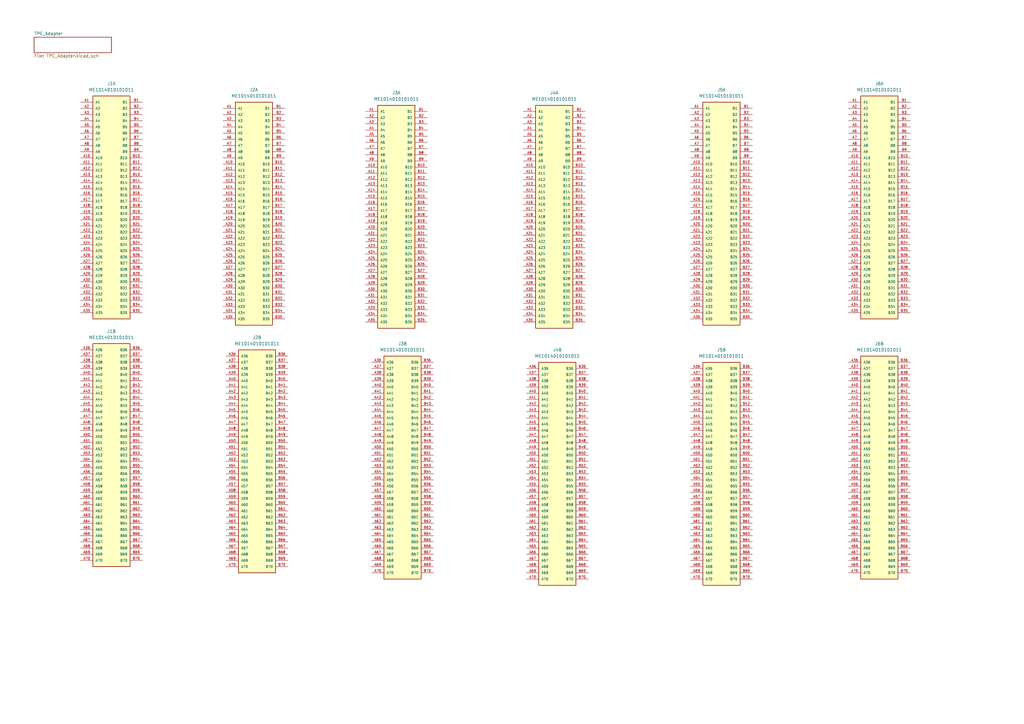
<source format=kicad_sch>
(kicad_sch (version 20231120) (generator "eeschema") (generator_version "8.0")
  (paper "A3")
  (lib_symbols
    (symbol "HYDRA_Amphenol_card:ME1014010101011" (pin_names (offset 1.016))
      (property "Reference" "J1" (at 0 50.8 0))
      (property "Value" "ME1014010101011" (at 0 48.26 0))
      (symbol "ME1014010101011_1_0"
        (rectangle (start -7.62 -45.72) (end 7.62 45.72) (stroke (width 0.254)) (fill (type background)))
        (pin passive line (at -12.7 43.18 0) (length 5.08) (name "A1") (number "A1"))
        (pin passive line (at -12.7 20.32 0) (length 5.08) (name "A10") (number "A10"))
        (pin passive line (at -12.7 17.78 0) (length 5.08) (name "A11") (number "A11"))
        (pin passive line (at -12.7 15.24 0) (length 5.08) (name "A12") (number "A12"))
        (pin passive line (at -12.7 12.7 0) (length 5.08) (name "A13") (number "A13"))
        (pin passive line (at -12.7 10.16 0) (length 5.08) (name "A14") (number "A14"))
        (pin passive line (at -12.7 7.62 0) (length 5.08) (name "A15") (number "A15"))
        (pin passive line (at -12.7 5.08 0) (length 5.08) (name "A16") (number "A16"))
        (pin passive line (at -12.7 2.54 0) (length 5.08) (name "A17") (number "A17"))
        (pin passive line (at -12.7 0 0) (length 5.08) (name "A18") (number "A18"))
        (pin passive line (at -12.7 -2.54 0) (length 5.08) (name "A19") (number "A19"))
        (pin passive line (at -12.7 40.64 0) (length 5.08) (name "A2") (number "A2"))
        (pin passive line (at -12.7 -5.08 0) (length 5.08) (name "A20") (number "A20"))
        (pin passive line (at -12.7 -7.62 0) (length 5.08) (name "A21") (number "A21"))
        (pin passive line (at -12.7 -10.16 0) (length 5.08) (name "A22") (number "A22"))
        (pin passive line (at -12.7 -12.7 0) (length 5.08) (name "A23") (number "A23"))
        (pin passive line (at -12.7 -15.24 0) (length 5.08) (name "A24") (number "A24"))
        (pin passive line (at -12.7 -17.78 0) (length 5.08) (name "A25") (number "A25"))
        (pin passive line (at -12.7 -20.32 0) (length 5.08) (name "A26") (number "A26"))
        (pin passive line (at -12.7 -22.86 0) (length 5.08) (name "A27") (number "A27"))
        (pin passive line (at -12.7 -25.4 0) (length 5.08) (name "A28") (number "A28"))
        (pin passive line (at -12.7 -27.94 0) (length 5.08) (name "A29") (number "A29"))
        (pin passive line (at -12.7 38.1 0) (length 5.08) (name "A3") (number "A3"))
        (pin passive line (at -12.7 -30.48 0) (length 5.08) (name "A30") (number "A30"))
        (pin passive line (at -12.7 -33.02 0) (length 5.08) (name "A31") (number "A31"))
        (pin passive line (at -12.7 -35.56 0) (length 5.08) (name "A32") (number "A32"))
        (pin passive line (at -12.7 -38.1 0) (length 5.08) (name "A33") (number "A33"))
        (pin passive line (at -12.7 -40.64 0) (length 5.08) (name "A34") (number "A34"))
        (pin passive line (at -12.7 -43.18 0) (length 5.08) (name "A35") (number "A35"))
        (pin passive line (at -12.7 35.56 0) (length 5.08) (name "A4") (number "A4"))
        (pin passive line (at -12.7 33.02 0) (length 5.08) (name "A5") (number "A5"))
        (pin passive line (at -12.7 30.48 0) (length 5.08) (name "A6") (number "A6"))
        (pin passive line (at -12.7 27.94 0) (length 5.08) (name "A7") (number "A7"))
        (pin passive line (at -12.7 25.4 0) (length 5.08) (name "A8") (number "A8"))
        (pin passive line (at -12.7 22.86 0) (length 5.08) (name "A9") (number "A9"))
        (pin passive line (at 12.7 43.18 180) (length 5.08) (name "B1") (number "B1"))
        (pin passive line (at 12.7 20.32 180) (length 5.08) (name "B10") (number "B10"))
        (pin passive line (at 12.7 17.78 180) (length 5.08) (name "B11") (number "B11"))
        (pin passive line (at 12.7 15.24 180) (length 5.08) (name "B12") (number "B12"))
        (pin passive line (at 12.7 12.7 180) (length 5.08) (name "B13") (number "B13"))
        (pin passive line (at 12.7 10.16 180) (length 5.08) (name "B14") (number "B14"))
        (pin passive line (at 12.7 7.62 180) (length 5.08) (name "B15") (number "B15"))
        (pin passive line (at 12.7 5.08 180) (length 5.08) (name "B16") (number "B16"))
        (pin passive line (at 12.7 2.54 180) (length 5.08) (name "B17") (number "B17"))
        (pin passive line (at 12.7 0 180) (length 5.08) (name "B18") (number "B18"))
        (pin passive line (at 12.7 -2.54 180) (length 5.08) (name "B19") (number "B19"))
        (pin passive line (at 12.7 40.64 180) (length 5.08) (name "B2") (number "B2"))
        (pin passive line (at 12.7 -5.08 180) (length 5.08) (name "B20") (number "B20"))
        (pin passive line (at 12.7 -7.62 180) (length 5.08) (name "B21") (number "B21"))
        (pin passive line (at 12.7 -10.16 180) (length 5.08) (name "B22") (number "B22"))
        (pin passive line (at 12.7 -12.7 180) (length 5.08) (name "B23") (number "B23"))
        (pin passive line (at 12.7 -15.24 180) (length 5.08) (name "B24") (number "B24"))
        (pin passive line (at 12.7 -17.78 180) (length 5.08) (name "B25") (number "B25"))
        (pin passive line (at 12.7 -20.32 180) (length 5.08) (name "B26") (number "B26"))
        (pin passive line (at 12.7 -22.86 180) (length 5.08) (name "B27") (number "B27"))
        (pin passive line (at 12.7 -25.4 180) (length 5.08) (name "B28") (number "B28"))
        (pin passive line (at 12.7 -27.94 180) (length 5.08) (name "B29") (number "B29"))
        (pin passive line (at 12.7 38.1 180) (length 5.08) (name "B3") (number "B3"))
        (pin passive line (at 12.7 -30.48 180) (length 5.08) (name "B30") (number "B30"))
        (pin passive line (at 12.7 -33.02 180) (length 5.08) (name "B31") (number "B31"))
        (pin passive line (at 12.7 -35.56 180) (length 5.08) (name "B32") (number "B32"))
        (pin passive line (at 12.7 -38.1 180) (length 5.08) (name "B33") (number "B33"))
        (pin passive line (at 12.7 -40.64 180) (length 5.08) (name "B34") (number "B34"))
        (pin passive line (at 12.7 -43.18 180) (length 5.08) (name "B35") (number "B35"))
        (pin passive line (at 12.7 35.56 180) (length 5.08) (name "B4") (number "B4"))
        (pin passive line (at 12.7 33.02 180) (length 5.08) (name "B5") (number "B5"))
        (pin passive line (at 12.7 30.48 180) (length 5.08) (name "B6") (number "B6"))
        (pin passive line (at 12.7 27.94 180) (length 5.08) (name "B7") (number "B7"))
        (pin passive line (at 12.7 25.4 180) (length 5.08) (name "B8") (number "B8"))
        (pin passive line (at 12.7 22.86 180) (length 5.08) (name "B9") (number "B9"))
      )
      (symbol "ME1014010101011_2_0"
        (rectangle (start -7.62 -45.72) (end 7.62 45.72) (stroke (width 0.254)) (fill (type background)))
        (pin passive line (at -12.7 43.18 0) (length 5.08) (name "A36") (number "A36"))
        (pin passive line (at -12.7 40.64 0) (length 5.08) (name "A37") (number "A37"))
        (pin passive line (at -12.7 38.1 0) (length 5.08) (name "A38") (number "A38"))
        (pin passive line (at -12.7 35.56 0) (length 5.08) (name "A39") (number "A39"))
        (pin passive line (at -12.7 33.02 0) (length 5.08) (name "A40") (number "A40"))
        (pin passive line (at -12.7 30.48 0) (length 5.08) (name "A41") (number "A41"))
        (pin passive line (at -12.7 27.94 0) (length 5.08) (name "A42") (number "A42"))
        (pin passive line (at -12.7 25.4 0) (length 5.08) (name "A43") (number "A43"))
        (pin passive line (at -12.7 22.86 0) (length 5.08) (name "A44") (number "A44"))
        (pin passive line (at -12.7 20.32 0) (length 5.08) (name "A45") (number "A45"))
        (pin passive line (at -12.7 17.78 0) (length 5.08) (name "A46") (number "A46"))
        (pin passive line (at -12.7 15.24 0) (length 5.08) (name "A47") (number "A47"))
        (pin passive line (at -12.7 12.7 0) (length 5.08) (name "A48") (number "A48"))
        (pin passive line (at -12.7 10.16 0) (length 5.08) (name "A49") (number "A49"))
        (pin passive line (at -12.7 7.62 0) (length 5.08) (name "A50") (number "A50"))
        (pin passive line (at -12.7 5.08 0) (length 5.08) (name "A51") (number "A51"))
        (pin passive line (at -12.7 2.54 0) (length 5.08) (name "A52") (number "A52"))
        (pin passive line (at -12.7 0 0) (length 5.08) (name "A53") (number "A53"))
        (pin passive line (at -12.7 -2.54 0) (length 5.08) (name "A54") (number "A54"))
        (pin passive line (at -12.7 -5.08 0) (length 5.08) (name "A55") (number "A55"))
        (pin passive line (at -12.7 -7.62 0) (length 5.08) (name "A56") (number "A56"))
        (pin passive line (at -12.7 -10.16 0) (length 5.08) (name "A57") (number "A57"))
        (pin passive line (at -12.7 -12.7 0) (length 5.08) (name "A58") (number "A58"))
        (pin passive line (at -12.7 -15.24 0) (length 5.08) (name "A59") (number "A59"))
        (pin passive line (at -12.7 -17.78 0) (length 5.08) (name "A60") (number "A60"))
        (pin passive line (at -12.7 -20.32 0) (length 5.08) (name "A61") (number "A61"))
        (pin passive line (at -12.7 -22.86 0) (length 5.08) (name "A62") (number "A62"))
        (pin passive line (at -12.7 -25.4 0) (length 5.08) (name "A63") (number "A63"))
        (pin passive line (at -12.7 -27.94 0) (length 5.08) (name "A64") (number "A64"))
        (pin passive line (at -12.7 -30.48 0) (length 5.08) (name "A65") (number "A65"))
        (pin passive line (at -12.7 -33.02 0) (length 5.08) (name "A66") (number "A66"))
        (pin passive line (at -12.7 -35.56 0) (length 5.08) (name "A67") (number "A67"))
        (pin passive line (at -12.7 -38.1 0) (length 5.08) (name "A68") (number "A68"))
        (pin passive line (at -12.7 -40.64 0) (length 5.08) (name "A69") (number "A69"))
        (pin passive line (at -12.7 -43.18 0) (length 5.08) (name "A70") (number "A70"))
        (pin passive line (at 12.7 43.18 180) (length 5.08) (name "B36") (number "B36"))
        (pin passive line (at 12.7 40.64 180) (length 5.08) (name "B37") (number "B37"))
        (pin passive line (at 12.7 38.1 180) (length 5.08) (name "B38") (number "B38"))
        (pin passive line (at 12.7 35.56 180) (length 5.08) (name "B39") (number "B39"))
        (pin passive line (at 12.7 33.02 180) (length 5.08) (name "B40") (number "B40"))
        (pin passive line (at 12.7 30.48 180) (length 5.08) (name "B41") (number "B41"))
        (pin passive line (at 12.7 27.94 180) (length 5.08) (name "B42") (number "B42"))
        (pin passive line (at 12.7 25.4 180) (length 5.08) (name "B43") (number "B43"))
        (pin passive line (at 12.7 22.86 180) (length 5.08) (name "B44") (number "B44"))
        (pin passive line (at 12.7 20.32 180) (length 5.08) (name "B45") (number "B45"))
        (pin passive line (at 12.7 17.78 180) (length 5.08) (name "B46") (number "B46"))
        (pin passive line (at 12.7 15.24 180) (length 5.08) (name "B47") (number "B47"))
        (pin passive line (at 12.7 12.7 180) (length 5.08) (name "B48") (number "B48"))
        (pin passive line (at 12.7 10.16 180) (length 5.08) (name "B49") (number "B49"))
        (pin passive line (at 12.7 7.62 180) (length 5.08) (name "B50") (number "B50"))
        (pin passive line (at 12.7 5.08 180) (length 5.08) (name "B51") (number "B51"))
        (pin passive line (at 12.7 2.54 180) (length 5.08) (name "B52") (number "B52"))
        (pin passive line (at 12.7 0 180) (length 5.08) (name "B53") (number "B53"))
        (pin passive line (at 12.7 -2.54 180) (length 5.08) (name "B54") (number "B54"))
        (pin passive line (at 12.7 -5.08 180) (length 5.08) (name "B55") (number "B55"))
        (pin passive line (at 12.7 -7.62 180) (length 5.08) (name "B56") (number "B56"))
        (pin passive line (at 12.7 -10.16 180) (length 5.08) (name "B57") (number "B57"))
        (pin passive line (at 12.7 -12.7 180) (length 5.08) (name "B58") (number "B58"))
        (pin passive line (at 12.7 -15.24 180) (length 5.08) (name "B59") (number "B59"))
        (pin passive line (at 12.7 -17.78 180) (length 5.08) (name "B60") (number "B60"))
        (pin passive line (at 12.7 -20.32 180) (length 5.08) (name "B61") (number "B61"))
        (pin passive line (at 12.7 -22.86 180) (length 5.08) (name "B62") (number "B62"))
        (pin passive line (at 12.7 -25.4 180) (length 5.08) (name "B63") (number "B63"))
        (pin passive line (at 12.7 -27.94 180) (length 5.08) (name "B64") (number "B64"))
        (pin passive line (at 12.7 -30.48 180) (length 5.08) (name "B65") (number "B65"))
        (pin passive line (at 12.7 -33.02 180) (length 5.08) (name "B66") (number "B66"))
        (pin passive line (at 12.7 -35.56 180) (length 5.08) (name "B67") (number "B67"))
        (pin passive line (at 12.7 -38.1 180) (length 5.08) (name "B68") (number "B68"))
        (pin passive line (at 12.7 -40.64 180) (length 5.08) (name "B69") (number "B69"))
        (pin passive line (at 12.7 -43.18 180) (length 5.08) (name "B70") (number "B70"))
      )
    )
    (symbol "ME1014010101011_1" (pin_names (offset 1.016))
      (property "Reference" "J1" (at 0 50.8 0))
      (property "Value" "ME1014010101011" (at 0 48.26 0))
      (symbol "ME1014010101011_1_1_0"
        (rectangle (start -7.62 -45.72) (end 7.62 45.72) (stroke (width 0.254)) (fill (type background)))
        (pin passive line (at -12.7 43.18 0) (length 5.08) (name "A1") (number "A1"))
        (pin passive line (at -12.7 20.32 0) (length 5.08) (name "A10") (number "A10"))
        (pin passive line (at -12.7 17.78 0) (length 5.08) (name "A11") (number "A11"))
        (pin passive line (at -12.7 15.24 0) (length 5.08) (name "A12") (number "A12"))
        (pin passive line (at -12.7 12.7 0) (length 5.08) (name "A13") (number "A13"))
        (pin passive line (at -12.7 10.16 0) (length 5.08) (name "A14") (number "A14"))
        (pin passive line (at -12.7 7.62 0) (length 5.08) (name "A15") (number "A15"))
        (pin passive line (at -12.7 5.08 0) (length 5.08) (name "A16") (number "A16"))
        (pin passive line (at -12.7 2.54 0) (length 5.08) (name "A17") (number "A17"))
        (pin passive line (at -12.7 0 0) (length 5.08) (name "A18") (number "A18"))
        (pin passive line (at -12.7 -2.54 0) (length 5.08) (name "A19") (number "A19"))
        (pin passive line (at -12.7 40.64 0) (length 5.08) (name "A2") (number "A2"))
        (pin passive line (at -12.7 -5.08 0) (length 5.08) (name "A20") (number "A20"))
        (pin passive line (at -12.7 -7.62 0) (length 5.08) (name "A21") (number "A21"))
        (pin passive line (at -12.7 -10.16 0) (length 5.08) (name "A22") (number "A22"))
        (pin passive line (at -12.7 -12.7 0) (length 5.08) (name "A23") (number "A23"))
        (pin passive line (at -12.7 -15.24 0) (length 5.08) (name "A24") (number "A24"))
        (pin passive line (at -12.7 -17.78 0) (length 5.08) (name "A25") (number "A25"))
        (pin passive line (at -12.7 -20.32 0) (length 5.08) (name "A26") (number "A26"))
        (pin passive line (at -12.7 -22.86 0) (length 5.08) (name "A27") (number "A27"))
        (pin passive line (at -12.7 -25.4 0) (length 5.08) (name "A28") (number "A28"))
        (pin passive line (at -12.7 -27.94 0) (length 5.08) (name "A29") (number "A29"))
        (pin passive line (at -12.7 38.1 0) (length 5.08) (name "A3") (number "A3"))
        (pin passive line (at -12.7 -30.48 0) (length 5.08) (name "A30") (number "A30"))
        (pin passive line (at -12.7 -33.02 0) (length 5.08) (name "A31") (number "A31"))
        (pin passive line (at -12.7 -35.56 0) (length 5.08) (name "A32") (number "A32"))
        (pin passive line (at -12.7 -38.1 0) (length 5.08) (name "A33") (number "A33"))
        (pin passive line (at -12.7 -40.64 0) (length 5.08) (name "A34") (number "A34"))
        (pin passive line (at -12.7 -43.18 0) (length 5.08) (name "A35") (number "A35"))
        (pin passive line (at -12.7 35.56 0) (length 5.08) (name "A4") (number "A4"))
        (pin passive line (at -12.7 33.02 0) (length 5.08) (name "A5") (number "A5"))
        (pin passive line (at -12.7 30.48 0) (length 5.08) (name "A6") (number "A6"))
        (pin passive line (at -12.7 27.94 0) (length 5.08) (name "A7") (number "A7"))
        (pin passive line (at -12.7 25.4 0) (length 5.08) (name "A8") (number "A8"))
        (pin passive line (at -12.7 22.86 0) (length 5.08) (name "A9") (number "A9"))
        (pin passive line (at 12.7 43.18 180) (length 5.08) (name "B1") (number "B1"))
        (pin passive line (at 12.7 20.32 180) (length 5.08) (name "B10") (number "B10"))
        (pin passive line (at 12.7 17.78 180) (length 5.08) (name "B11") (number "B11"))
        (pin passive line (at 12.7 15.24 180) (length 5.08) (name "B12") (number "B12"))
        (pin passive line (at 12.7 12.7 180) (length 5.08) (name "B13") (number "B13"))
        (pin passive line (at 12.7 10.16 180) (length 5.08) (name "B14") (number "B14"))
        (pin passive line (at 12.7 7.62 180) (length 5.08) (name "B15") (number "B15"))
        (pin passive line (at 12.7 5.08 180) (length 5.08) (name "B16") (number "B16"))
        (pin passive line (at 12.7 2.54 180) (length 5.08) (name "B17") (number "B17"))
        (pin passive line (at 12.7 0 180) (length 5.08) (name "B18") (number "B18"))
        (pin passive line (at 12.7 -2.54 180) (length 5.08) (name "B19") (number "B19"))
        (pin passive line (at 12.7 40.64 180) (length 5.08) (name "B2") (number "B2"))
        (pin passive line (at 12.7 -5.08 180) (length 5.08) (name "B20") (number "B20"))
        (pin passive line (at 12.7 -7.62 180) (length 5.08) (name "B21") (number "B21"))
        (pin passive line (at 12.7 -10.16 180) (length 5.08) (name "B22") (number "B22"))
        (pin passive line (at 12.7 -12.7 180) (length 5.08) (name "B23") (number "B23"))
        (pin passive line (at 12.7 -15.24 180) (length 5.08) (name "B24") (number "B24"))
        (pin passive line (at 12.7 -17.78 180) (length 5.08) (name "B25") (number "B25"))
        (pin passive line (at 12.7 -20.32 180) (length 5.08) (name "B26") (number "B26"))
        (pin passive line (at 12.7 -22.86 180) (length 5.08) (name "B27") (number "B27"))
        (pin passive line (at 12.7 -25.4 180) (length 5.08) (name "B28") (number "B28"))
        (pin passive line (at 12.7 -27.94 180) (length 5.08) (name "B29") (number "B29"))
        (pin passive line (at 12.7 38.1 180) (length 5.08) (name "B3") (number "B3"))
        (pin passive line (at 12.7 -30.48 180) (length 5.08) (name "B30") (number "B30"))
        (pin passive line (at 12.7 -33.02 180) (length 5.08) (name "B31") (number "B31"))
        (pin passive line (at 12.7 -35.56 180) (length 5.08) (name "B32") (number "B32"))
        (pin passive line (at 12.7 -38.1 180) (length 5.08) (name "B33") (number "B33"))
        (pin passive line (at 12.7 -40.64 180) (length 5.08) (name "B34") (number "B34"))
        (pin passive line (at 12.7 -43.18 180) (length 5.08) (name "B35") (number "B35"))
        (pin passive line (at 12.7 35.56 180) (length 5.08) (name "B4") (number "B4"))
        (pin passive line (at 12.7 33.02 180) (length 5.08) (name "B5") (number "B5"))
        (pin passive line (at 12.7 30.48 180) (length 5.08) (name "B6") (number "B6"))
        (pin passive line (at 12.7 27.94 180) (length 5.08) (name "B7") (number "B7"))
        (pin passive line (at 12.7 25.4 180) (length 5.08) (name "B8") (number "B8"))
        (pin passive line (at 12.7 22.86 180) (length 5.08) (name "B9") (number "B9"))
      )
      (symbol "ME1014010101011_1_2_0"
        (rectangle (start -7.62 -45.72) (end 7.62 45.72) (stroke (width 0.254)) (fill (type background)))
        (pin passive line (at -12.7 43.18 0) (length 5.08) (name "A36") (number "A36"))
        (pin passive line (at -12.7 40.64 0) (length 5.08) (name "A37") (number "A37"))
        (pin passive line (at -12.7 38.1 0) (length 5.08) (name "A38") (number "A38"))
        (pin passive line (at -12.7 35.56 0) (length 5.08) (name "A39") (number "A39"))
        (pin passive line (at -12.7 33.02 0) (length 5.08) (name "A40") (number "A40"))
        (pin passive line (at -12.7 30.48 0) (length 5.08) (name "A41") (number "A41"))
        (pin passive line (at -12.7 27.94 0) (length 5.08) (name "A42") (number "A42"))
        (pin passive line (at -12.7 25.4 0) (length 5.08) (name "A43") (number "A43"))
        (pin passive line (at -12.7 22.86 0) (length 5.08) (name "A44") (number "A44"))
        (pin passive line (at -12.7 20.32 0) (length 5.08) (name "A45") (number "A45"))
        (pin passive line (at -12.7 17.78 0) (length 5.08) (name "A46") (number "A46"))
        (pin passive line (at -12.7 15.24 0) (length 5.08) (name "A47") (number "A47"))
        (pin passive line (at -12.7 12.7 0) (length 5.08) (name "A48") (number "A48"))
        (pin passive line (at -12.7 10.16 0) (length 5.08) (name "A49") (number "A49"))
        (pin passive line (at -12.7 7.62 0) (length 5.08) (name "A50") (number "A50"))
        (pin passive line (at -12.7 5.08 0) (length 5.08) (name "A51") (number "A51"))
        (pin passive line (at -12.7 2.54 0) (length 5.08) (name "A52") (number "A52"))
        (pin passive line (at -12.7 0 0) (length 5.08) (name "A53") (number "A53"))
        (pin passive line (at -12.7 -2.54 0) (length 5.08) (name "A54") (number "A54"))
        (pin passive line (at -12.7 -5.08 0) (length 5.08) (name "A55") (number "A55"))
        (pin passive line (at -12.7 -7.62 0) (length 5.08) (name "A56") (number "A56"))
        (pin passive line (at -12.7 -10.16 0) (length 5.08) (name "A57") (number "A57"))
        (pin passive line (at -12.7 -12.7 0) (length 5.08) (name "A58") (number "A58"))
        (pin passive line (at -12.7 -15.24 0) (length 5.08) (name "A59") (number "A59"))
        (pin passive line (at -12.7 -17.78 0) (length 5.08) (name "A60") (number "A60"))
        (pin passive line (at -12.7 -20.32 0) (length 5.08) (name "A61") (number "A61"))
        (pin passive line (at -12.7 -22.86 0) (length 5.08) (name "A62") (number "A62"))
        (pin passive line (at -12.7 -25.4 0) (length 5.08) (name "A63") (number "A63"))
        (pin passive line (at -12.7 -27.94 0) (length 5.08) (name "A64") (number "A64"))
        (pin passive line (at -12.7 -30.48 0) (length 5.08) (name "A65") (number "A65"))
        (pin passive line (at -12.7 -33.02 0) (length 5.08) (name "A66") (number "A66"))
        (pin passive line (at -12.7 -35.56 0) (length 5.08) (name "A67") (number "A67"))
        (pin passive line (at -12.7 -38.1 0) (length 5.08) (name "A68") (number "A68"))
        (pin passive line (at -12.7 -40.64 0) (length 5.08) (name "A69") (number "A69"))
        (pin passive line (at -12.7 -43.18 0) (length 5.08) (name "A70") (number "A70"))
        (pin passive line (at 12.7 43.18 180) (length 5.08) (name "B36") (number "B36"))
        (pin passive line (at 12.7 40.64 180) (length 5.08) (name "B37") (number "B37"))
        (pin passive line (at 12.7 38.1 180) (length 5.08) (name "B38") (number "B38"))
        (pin passive line (at 12.7 35.56 180) (length 5.08) (name "B39") (number "B39"))
        (pin passive line (at 12.7 33.02 180) (length 5.08) (name "B40") (number "B40"))
        (pin passive line (at 12.7 30.48 180) (length 5.08) (name "B41") (number "B41"))
        (pin passive line (at 12.7 27.94 180) (length 5.08) (name "B42") (number "B42"))
        (pin passive line (at 12.7 25.4 180) (length 5.08) (name "B43") (number "B43"))
        (pin passive line (at 12.7 22.86 180) (length 5.08) (name "B44") (number "B44"))
        (pin passive line (at 12.7 20.32 180) (length 5.08) (name "B45") (number "B45"))
        (pin passive line (at 12.7 17.78 180) (length 5.08) (name "B46") (number "B46"))
        (pin passive line (at 12.7 15.24 180) (length 5.08) (name "B47") (number "B47"))
        (pin passive line (at 12.7 12.7 180) (length 5.08) (name "B48") (number "B48"))
        (pin passive line (at 12.7 10.16 180) (length 5.08) (name "B49") (number "B49"))
        (pin passive line (at 12.7 7.62 180) (length 5.08) (name "B50") (number "B50"))
        (pin passive line (at 12.7 5.08 180) (length 5.08) (name "B51") (number "B51"))
        (pin passive line (at 12.7 2.54 180) (length 5.08) (name "B52") (number "B52"))
        (pin passive line (at 12.7 0 180) (length 5.08) (name "B53") (number "B53"))
        (pin passive line (at 12.7 -2.54 180) (length 5.08) (name "B54") (number "B54"))
        (pin passive line (at 12.7 -5.08 180) (length 5.08) (name "B55") (number "B55"))
        (pin passive line (at 12.7 -7.62 180) (length 5.08) (name "B56") (number "B56"))
        (pin passive line (at 12.7 -10.16 180) (length 5.08) (name "B57") (number "B57"))
        (pin passive line (at 12.7 -12.7 180) (length 5.08) (name "B58") (number "B58"))
        (pin passive line (at 12.7 -15.24 180) (length 5.08) (name "B59") (number "B59"))
        (pin passive line (at 12.7 -17.78 180) (length 5.08) (name "B60") (number "B60"))
        (pin passive line (at 12.7 -20.32 180) (length 5.08) (name "B61") (number "B61"))
        (pin passive line (at 12.7 -22.86 180) (length 5.08) (name "B62") (number "B62"))
        (pin passive line (at 12.7 -25.4 180) (length 5.08) (name "B63") (number "B63"))
        (pin passive line (at 12.7 -27.94 180) (length 5.08) (name "B64") (number "B64"))
        (pin passive line (at 12.7 -30.48 180) (length 5.08) (name "B65") (number "B65"))
        (pin passive line (at 12.7 -33.02 180) (length 5.08) (name "B66") (number "B66"))
        (pin passive line (at 12.7 -35.56 180) (length 5.08) (name "B67") (number "B67"))
        (pin passive line (at 12.7 -38.1 180) (length 5.08) (name "B68") (number "B68"))
        (pin passive line (at 12.7 -40.64 180) (length 5.08) (name "B69") (number "B69"))
        (pin passive line (at 12.7 -43.18 180) (length 5.08) (name "B70") (number "B70"))
      )
    )
  )
  (symbol (lib_name "ME1014010101011_1") (lib_id "HYDRA_Amphenol_card:ME1014010101011") (at 295.91 194.31 0) (unit 2)
    (property "Reference" "J5" (at 295.91 143.51 0))
    (property "Value" "ME1014010101011" (at 295.91 146.05 0))
    (property "Footprint" "HYDRA_Amphenol_card_footprint:AMPHENOL_ME1014010101011" (effects (hide yes)))
    (property "PARTREV" "11" (effects (hide yes)))
    (property "STANDARD" "Manufacturer Recommendations" (effects (hide yes)))
    (property "SNAPEDA_PN" "ME1014010101011" (effects (hide yes)))
    (property "MAXIMUM_PACKAGE_HEIGHT" "9.1mm" (effects (hide yes)))
    (property "MANUFACTURER" "Amphenol" (effects (hide yes)))
  )
  (symbol (lib_id "HYDRA_Amphenol_card:ME1014010101011") (at 295.91 87.63 0) (unit 1)
    (property "Reference" "J5" (at 295.91 36.83 0))
    (property "Value" "ME1014010101011" (at 295.91 39.37 0))
    (property "Footprint" "HYDRA_Amphenol_card_footprint:AMPHENOL_ME1014010101011" (effects (hide yes)))
    (property "PARTREV" "11" (effects (hide yes)))
    (property "STANDARD" "Manufacturer Recommendations" (effects (hide yes)))
    (property "SNAPEDA_PN" "ME1014010101011" (effects (hide yes)))
    (property "MAXIMUM_PACKAGE_HEIGHT" "9.1mm" (effects (hide yes)))
    (property "MANUFACTURER" "Amphenol" (effects (hide yes)))
  )
  (symbol (lib_id "HYDRA_Amphenol_card:ME1014010101011") (at 360.68 85.09 0) (unit 1)
    (property "Reference" "J6" (at 360.68 34.29 0))
    (property "Value" "ME1014010101011" (at 360.68 36.83 0))
    (property "Footprint" "HYDRA_Amphenol_card_footprint:AMPHENOL_ME1014010101011" (effects (hide yes)))
    (property "PARTREV" "11" (effects (hide yes)))
    (property "STANDARD" "Manufacturer Recommendations" (effects (hide yes)))
    (property "SNAPEDA_PN" "ME1014010101011" (effects (hide yes)))
    (property "MAXIMUM_PACKAGE_HEIGHT" "9.1mm" (effects (hide yes)))
    (property "MANUFACTURER" "Amphenol" (effects (hide yes)))
  )
  (symbol (lib_id "HYDRA_Amphenol_card:ME1014010101011") (at 45.72 85.09 0) (unit 1)
    (property "Reference" "J1" (at 45.72 34.29 0))
    (property "Value" "ME1014010101011" (at 45.72 36.83 0))
    (property "Footprint" "HYDRA_Amphenol_card_footprint:AMPHENOL_ME1014010101011" (effects (hide yes)))
    (property "PARTREV" "11" (effects (hide yes)))
    (property "STANDARD" "Manufacturer Recommendations" (effects (hide yes)))
    (property "SNAPEDA_PN" "ME1014010101011" (effects (hide yes)))
    (property "MAXIMUM_PACKAGE_HEIGHT" "9.1mm" (effects (hide yes)))
    (property "MANUFACTURER" "Amphenol" (effects (hide yes)))
  )
  (symbol (lib_name "ME1014010101011_1") (lib_id "HYDRA_Amphenol_card:ME1014010101011") (at 105.41 189.23 0) (unit 2)
    (property "Reference" "J2" (at 105.41 138.43 0))
    (property "Value" "ME1014010101011" (at 105.41 140.97 0))
    (property "Footprint" "HYDRA_Amphenol_card_footprint:AMPHENOL_ME1014010101011" (effects (hide yes)))
    (property "PARTREV" "11" (effects (hide yes)))
    (property "STANDARD" "Manufacturer Recommendations" (effects (hide yes)))
    (property "SNAPEDA_PN" "ME1014010101011" (effects (hide yes)))
    (property "MAXIMUM_PACKAGE_HEIGHT" "9.1mm" (effects (hide yes)))
    (property "MANUFACTURER" "Amphenol" (effects (hide yes)))
  )
  (symbol (lib_id "HYDRA_Amphenol_card:ME1014010101011") (at 227.33 88.9 0) (unit 1)
    (property "Reference" "J4" (at 227.33 38.1 0))
    (property "Value" "ME1014010101011" (at 227.33 40.64 0))
    (property "Footprint" "HYDRA_Amphenol_card_footprint:AMPHENOL_ME1014010101011" (effects (hide yes)))
    (property "PARTREV" "11" (effects (hide yes)))
    (property "STANDARD" "Manufacturer Recommendations" (effects (hide yes)))
    (property "SNAPEDA_PN" "ME1014010101011" (effects (hide yes)))
    (property "MAXIMUM_PACKAGE_HEIGHT" "9.1mm" (effects (hide yes)))
    (property "MANUFACTURER" "Amphenol" (effects (hide yes)))
  )
  (symbol (lib_id "HYDRA_Amphenol_card:ME1014010101011") (at 162.56 88.9 0) (unit 1)
    (property "Reference" "J3" (at 162.56 38.1 0))
    (property "Value" "ME1014010101011" (at 162.56 40.64 0))
    (property "Footprint" "HYDRA_Amphenol_card_footprint:AMPHENOL_ME1014010101011" (effects (hide yes)))
    (property "PARTREV" "11" (effects (hide yes)))
    (property "STANDARD" "Manufacturer Recommendations" (effects (hide yes)))
    (property "SNAPEDA_PN" "ME1014010101011" (effects (hide yes)))
    (property "MAXIMUM_PACKAGE_HEIGHT" "9.1mm" (effects (hide yes)))
    (property "MANUFACTURER" "Amphenol" (effects (hide yes)))
  )
  (symbol (lib_name "ME1014010101011_1") (lib_id "HYDRA_Amphenol_card:ME1014010101011") (at 165.1 191.77 0) (unit 2)
    (property "Reference" "J3" (at 165.1 140.97 0))
    (property "Value" "ME1014010101011" (at 165.1 143.51 0))
    (property "Footprint" "HYDRA_Amphenol_card_footprint:AMPHENOL_ME1014010101011" (effects (hide yes)))
    (property "PARTREV" "11" (effects (hide yes)))
    (property "STANDARD" "Manufacturer Recommendations" (effects (hide yes)))
    (property "SNAPEDA_PN" "ME1014010101011" (effects (hide yes)))
    (property "MAXIMUM_PACKAGE_HEIGHT" "9.1mm" (effects (hide yes)))
    (property "MANUFACTURER" "Amphenol" (effects (hide yes)))
  )
  (symbol (lib_id "HYDRA_Amphenol_card:ME1014010101011") (at 104.14 87.63 0) (unit 1)
    (property "Reference" "J2" (at 104.14 36.83 0))
    (property "Value" "ME1014010101011" (at 104.14 39.37 0))
    (property "Footprint" "HYDRA_Amphenol_card_footprint:AMPHENOL_ME1014010101011" (effects (hide yes)))
    (property "PARTREV" "11" (effects (hide yes)))
    (property "STANDARD" "Manufacturer Recommendations" (effects (hide yes)))
    (property "SNAPEDA_PN" "ME1014010101011" (effects (hide yes)))
    (property "MAXIMUM_PACKAGE_HEIGHT" "9.1mm" (effects (hide yes)))
    (property "MANUFACTURER" "Amphenol" (effects (hide yes)))
  )
  (symbol (lib_name "ME1014010101011_1") (lib_id "HYDRA_Amphenol_card:ME1014010101011") (at 228.6 194.31 0) (unit 2)
    (property "Reference" "J4" (at 228.6 143.51 0))
    (property "Value" "ME1014010101011" (at 228.6 146.05 0))
    (property "Footprint" "HYDRA_Amphenol_card_footprint:AMPHENOL_ME1014010101011" (effects (hide yes)))
    (property "PARTREV" "11" (effects (hide yes)))
    (property "STANDARD" "Manufacturer Recommendations" (effects (hide yes)))
    (property "SNAPEDA_PN" "ME1014010101011" (effects (hide yes)))
    (property "MAXIMUM_PACKAGE_HEIGHT" "9.1mm" (effects (hide yes)))
    (property "MANUFACTURER" "Amphenol" (effects (hide yes)))
  )
  (symbol (lib_name "ME1014010101011_1") (lib_id "HYDRA_Amphenol_card:ME1014010101011") (at 360.68 191.77 0) (unit 2)
    (property "Reference" "J6" (at 360.68 140.97 0))
    (property "Value" "ME1014010101011" (at 360.68 143.51 0))
    (property "Footprint" "HYDRA_Amphenol_card_footprint:AMPHENOL_ME1014010101011" (effects (hide yes)))
    (property "PARTREV" "11" (effects (hide yes)))
    (property "STANDARD" "Manufacturer Recommendations" (effects (hide yes)))
    (property "SNAPEDA_PN" "ME1014010101011" (effects (hide yes)))
    (property "MAXIMUM_PACKAGE_HEIGHT" "9.1mm" (effects (hide yes)))
    (property "MANUFACTURER" "Amphenol" (effects (hide yes)))
  )
  (symbol (lib_name "ME1014010101011_1") (lib_id "HYDRA_Amphenol_card:ME1014010101011") (at 45.72 186.69 0) (unit 2)
    (property "Reference" "J1" (at 45.72 135.89 0))
    (property "Value" "ME1014010101011" (at 45.72 138.43 0))
    (property "Footprint" "HYDRA_Amphenol_card_footprint:AMPHENOL_ME1014010101011" (effects (hide yes)))
    (property "PARTREV" "11" (effects (hide yes)))
    (property "STANDARD" "Manufacturer Recommendations" (effects (hide yes)))
    (property "SNAPEDA_PN" "ME1014010101011" (effects (hide yes)))
    (property "MAXIMUM_PACKAGE_HEIGHT" "9.1mm" (effects (hide yes)))
    (property "MANUFACTURER" "Amphenol" (effects (hide yes)))
  )
  (sheet (at 13.97 15.24) (size 31.75 6.35) (stroke (width 0.1524))
    (property "Sheetname" "TPC_Adapter" (at 13.97 14.5284 0) (effects (justify left bottom)))
    (property "Sheetfile" "TPC_Adapter.kicad_sch" (at 13.97 22.1746 0) (effects (justify left top)))
  )
)
</source>
